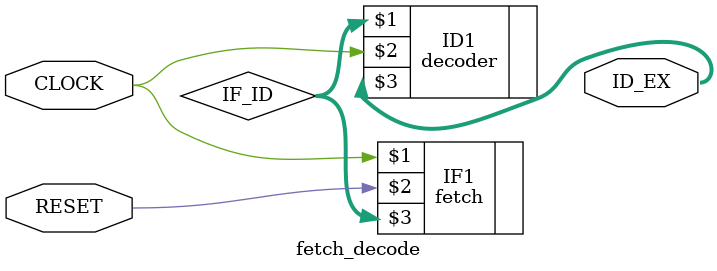
<source format=v>
`timescale 1ns / 100ps

module fetch_decode(
	input CLOCK,
	input RESET,
	output [175:0] ID_EX
	);

wire [63:0] IF_ID;

/*initial begin
$dumpfile("fetch_decode.vcd");
#1
$dumpvars;
#100  //this line sets the amount of time we want to record waves for
$finish;
end*/

fetch IF1(CLOCK, RESET, IF_ID);
decoder ID1(IF_ID, CLOCK, ID_EX);


endmodule

</source>
